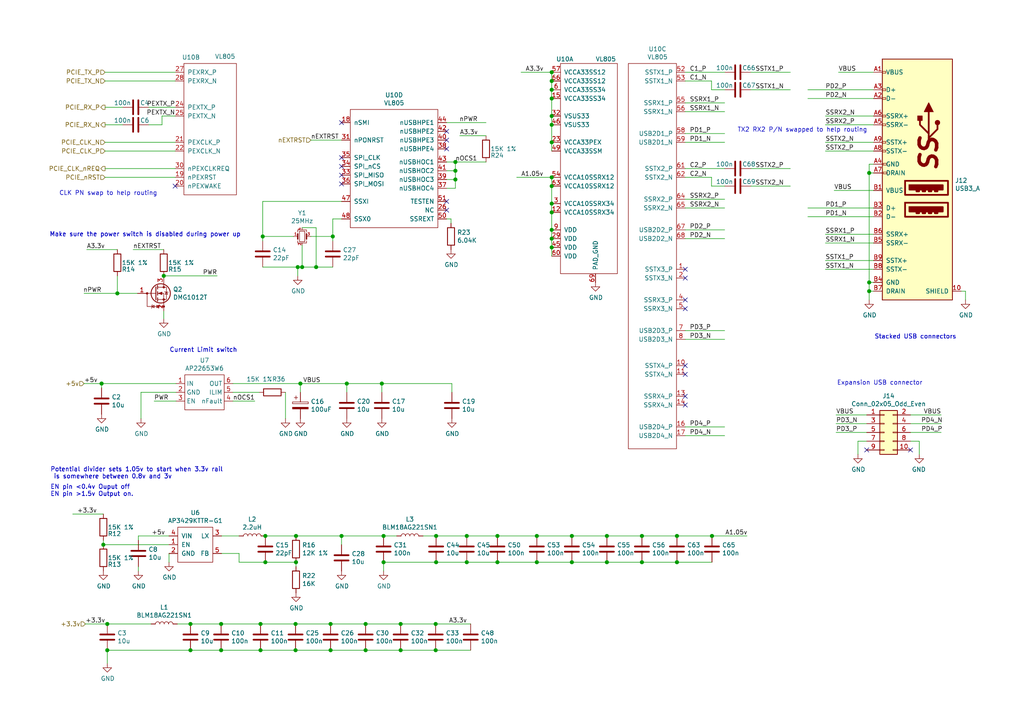
<source format=kicad_sch>
(kicad_sch (version 20211123) (generator eeschema)
  (paper "A4")
  (title_block (title "Compute Module 4 IO USB3 Board - PCIe USB3") (rev "1") (company "Copyright © 2020-2022 Raspberry Pi Ltd (formerly Raspberry Pi (Trading) Ltd.)") (comment 1 "www.raspberrypi.com"))
  (lib_symbols
    (symbol "CM4:AP3429KTTR-G1" (pin_names (offset 1.016))
      (property "Reference" "U" (at -5.08 11.43 0))
      (property "Value" "AP3429KTTR-G1" (at 0 -1.27 0))
      (symbol "AP3429KTTR-G1_0_0"
        (pin input line (at -7.62 5.08 0) (length 2.54) (name "EN") (number "1"))
        (pin power_in line (at -7.62 2.54 0) (length 2.54) (name "GND") (number "2"))
        (pin output line (at 7.62 7.62 180) (length 2.54) (name "LX") (number "3"))
        (pin power_in line (at -7.62 7.62 0) (length 2.54) (name "VIN") (number "4"))
        (pin input line (at 7.62 2.54 180) (length 2.54) (name "FB") (number "5"))
      )
    )
    (symbol "CM4:USB3_A" (pin_names (offset 1.016))
      (property "Reference" "J" (at -10.16 33.02 0))
      (property "Value" "USB3_A" (at 10.16 33.02 0))
      (symbol "USB3_A_1_1"
        (text "SS" (at 4.572 3.175 900) (effects (font (size 5.08 5.08) bold italic)))
        (pin passive line (at 13.97 -36.83 180) (length 2.54) (name "SHIELD") (number "10"))
        (pin power_in line (at -11.43 26.67 0) (length 2.54) (name "VBUS") (number "A1"))
        (pin bidirectional line (at -11.43 19.05 0) (length 2.54) (name "D-") (number "A2"))
        (pin bidirectional line (at -11.43 21.59 0) (length 2.54) (name "D+") (number "A3"))
        (pin power_in line (at -11.43 0 0) (length 2.54) (name "GND") (number "A4"))
        (pin bidirectional line (at -11.43 11.43 0) (length 2.54) (name "SSRX-") (number "A5"))
        (pin bidirectional line (at -11.43 13.97 0) (length 2.54) (name "SSRX+") (number "A6"))
        (pin power_in line (at -11.43 -2.54 0) (length 2.54) (name "DRAIN") (number "A7"))
        (pin bidirectional line (at -11.43 3.81 0) (length 2.54) (name "SSTX-") (number "A8"))
        (pin bidirectional line (at -11.43 6.35 0) (length 2.54) (name "SSTX+") (number "A9"))
        (pin power_in line (at -11.43 -7.62 0) (length 2.54) (name "VBUS") (number "B1"))
        (pin bidirectional line (at -11.43 -15.24 0) (length 2.54) (name "D-") (number "B2"))
        (pin bidirectional line (at -11.43 -12.7 0) (length 2.54) (name "D+") (number "B3"))
        (pin power_in line (at -11.43 -34.29 0) (length 2.54) (name "GND") (number "B4"))
        (pin bidirectional line (at -11.43 -22.86 0) (length 2.54) (name "SSRX-") (number "B5"))
        (pin bidirectional line (at -11.43 -20.32 0) (length 2.54) (name "SSRX+") (number "B6"))
        (pin power_in line (at -11.43 -36.83 0) (length 2.54) (name "DRAIN") (number "B7"))
        (pin bidirectional line (at -11.43 -30.48 0) (length 2.54) (name "SSTX-") (number "B8"))
        (pin bidirectional line (at -11.43 -27.94 0) (length 2.54) (name "SSTX+") (number "B9"))
      )
    )
    (symbol "CM4:VL805" (pin_names (offset 1.016))
      (property "Reference" "U" (at 3.81 -41.91 0))
      (property "Value" "VL805" (at 0 -41.91 0))
      (symbol "VL805_1_1"
        (pin power_in line (at -2.54 -13.97 0) (length 2.54) (name "VCCA10SSRX34") (number "12"))
        (pin power_in line (at -2.54 19.05 0) (length 2.54) (name "VCCA33SS34") (number "15"))
        (pin power_in line (at -2.54 6.35 0) (length 2.54) (name "VCCA33PEX") (number "23"))
        (pin power_in line (at -2.54 -21.59 0) (length 2.54) (name "VDD") (number "29"))
        (pin power_in line (at -2.54 -11.43 0) (length 2.54) (name "VCCA10SSRX34") (number "3"))
        (pin power_in line (at -2.54 13.97 0) (length 2.54) (name "VSUS33") (number "32"))
        (pin power_in line (at -2.54 -24.13 0) (length 2.54) (name "VDD") (number "45"))
        (pin power_in line (at -2.54 11.43 0) (length 2.54) (name "VSUS33") (number "46"))
        (pin power_in line (at -2.54 3.81 0) (length 2.54) (name "VCCA33SSM") (number "49"))
        (pin power_in line (at -2.54 -3.81 0) (length 2.54) (name "VCCA10SSRX12") (number "54"))
        (pin power_in line (at -2.54 26.67 0) (length 2.54) (name "VCCA33SS12") (number "57"))
        (pin power_in line (at -2.54 21.59 0) (length 2.54) (name "VCCA33SS34") (number "6"))
        (pin power_in line (at -2.54 -26.67 0) (length 2.54) (name "VDD") (number "60"))
        (pin power_in line (at -2.54 -6.35 0) (length 2.54) (name "VCCA10SSRX12") (number "63"))
        (pin power_in line (at -2.54 24.13 0) (length 2.54) (name "VCCA33SS12") (number "66"))
        (pin power_in line (at 10.16 -34.29 90) (length 2.54) (name "PAD_GND") (number "69"))
        (pin power_in line (at -2.54 -19.05 0) (length 2.54) (name "VDD") (number "9"))
      )
      (symbol "VL805_2_1"
        (pin input line (at -8.89 -13.97 0) (length 2.54) (name "nPEXRST") (number "19"))
        (pin open_collector line (at -8.89 -16.51 0) (length 2.54) (name "nPEXWAKE") (number "20"))
        (pin input line (at -8.89 -3.81 0) (length 2.54) (name "PEXCLK_P") (number "21"))
        (pin input line (at -8.89 -6.35 0) (length 2.54) (name "PEXCLK_N") (number "22"))
        (pin output line (at -8.89 6.35 0) (length 2.54) (name "PEXTX_P") (number "24"))
        (pin output line (at -8.89 3.81 0) (length 2.54) (name "PEXTX_N") (number "25"))
        (pin input line (at -8.89 16.51 0) (length 2.54) (name "PEXRX_P") (number "27"))
        (pin input line (at -8.89 13.97 0) (length 2.54) (name "PEXRX_N") (number "28"))
        (pin open_collector line (at -8.89 -11.43 0) (length 2.54) (name "nPEXCLKREQ") (number "30"))
      )
      (symbol "VL805_3_1"
        (pin output line (at 7.62 13.97 180) (length 2.54) (name "SSTX3_P") (number "1"))
        (pin output line (at 7.62 -13.97 180) (length 2.54) (name "SSTX4_P") (number "10"))
        (pin output line (at 7.62 -16.51 180) (length 2.54) (name "SSTX4_N") (number "11"))
        (pin input line (at 7.62 -22.86 180) (length 2.54) (name "SSRX4_P") (number "13"))
        (pin input line (at 7.62 -25.4 180) (length 2.54) (name "SSRX4_N") (number "14"))
        (pin input line (at 7.62 -31.75 180) (length 2.54) (name "USB2D4_P") (number "16"))
        (pin input line (at 7.62 -34.29 180) (length 2.54) (name "USB2D4_N") (number "17"))
        (pin output line (at 7.62 11.43 180) (length 2.54) (name "SSTX3_N") (number "2"))
        (pin input line (at 7.62 5.08 180) (length 2.54) (name "SSRX3_P") (number "4"))
        (pin input line (at 7.62 2.54 180) (length 2.54) (name "SSRX3_N") (number "5"))
        (pin output line (at 7.62 71.12 180) (length 2.54) (name "SSTX1_P") (number "52"))
        (pin output line (at 7.62 68.58 180) (length 2.54) (name "SSTX1_N") (number "53"))
        (pin input line (at 7.62 62.23 180) (length 2.54) (name "SSRX1_P") (number "55"))
        (pin input line (at 7.62 59.69 180) (length 2.54) (name "SSRX1_N") (number "56"))
        (pin input line (at 7.62 53.34 180) (length 2.54) (name "USB2D1_P") (number "58"))
        (pin input line (at 7.62 50.8 180) (length 2.54) (name "USB2D1_N") (number "59"))
        (pin output line (at 7.62 43.18 180) (length 2.54) (name "SSTX2_P") (number "61"))
        (pin output line (at 7.62 40.64 180) (length 2.54) (name "SSTX2_N") (number "62"))
        (pin input line (at 7.62 34.29 180) (length 2.54) (name "SSRX2_P") (number "64"))
        (pin input line (at 7.62 31.75 180) (length 2.54) (name "SSRX2_N") (number "65"))
        (pin input line (at 7.62 25.4 180) (length 2.54) (name "USB2D2_P") (number "67"))
        (pin input line (at 7.62 22.86 180) (length 2.54) (name "USB2D2_N") (number "68"))
        (pin input line (at 7.62 -3.81 180) (length 2.54) (name "USB2D3_P") (number "7"))
        (pin input line (at 7.62 -6.35 180) (length 2.54) (name "USB2D3_N") (number "8"))
      )
      (symbol "VL805_4_1"
        (pin open_collector line (at -17.78 21.59 0) (length 2.54) (name "nSMI") (number "18"))
        (pin passive line (at 12.7 -3.81 180) (length 2.54) (name "NC") (number "26"))
        (pin input line (at -17.78 16.51 0) (length 2.54) (name "nPONRST") (number "31"))
        (pin input line (at -17.78 6.35 0) (length 2.54) (name "SPI_MISO") (number "33"))
        (pin output line (at -17.78 8.89 0) (length 2.54) (name "SPI_nCS") (number "34"))
        (pin output line (at -17.78 11.43 0) (length 2.54) (name "SPI_CLK") (number "35"))
        (pin output line (at -17.78 3.81 0) (length 2.54) (name "SPI_MOSI") (number "36"))
        (pin input line (at 12.7 2.54 180) (length 2.54) (name "nUSBHOC4") (number "37"))
        (pin open_collector line (at 12.7 13.97 180) (length 2.54) (name "nUSBHPE4") (number "38"))
        (pin input line (at 12.7 5.08 180) (length 2.54) (name "nUSBHOC3") (number "39"))
        (pin open_collector line (at 12.7 16.51 180) (length 2.54) (name "nUSBHPE3") (number "40"))
        (pin input line (at 12.7 7.62 180) (length 2.54) (name "nUSBHOC2") (number "41"))
        (pin open_collector line (at 12.7 19.05 180) (length 2.54) (name "nUSBHPE2") (number "42"))
        (pin input line (at 12.7 10.16 180) (length 2.54) (name "nUSBHOC1") (number "43"))
        (pin open_collector line (at 12.7 21.59 180) (length 2.54) (name "nUSBHPE1") (number "44"))
        (pin passive line (at -17.78 -1.27 0) (length 2.54) (name "SSXI") (number "47"))
        (pin passive line (at -17.78 -6.35 0) (length 2.54) (name "SSX0") (number "48"))
        (pin passive line (at 12.7 -6.35 180) (length 2.54) (name "SSREXT") (number "50"))
        (pin input line (at 12.7 -1.27 180) (length 2.54) (name "TESTEN") (number "51"))
      )
    )
    (symbol "CM4IO:AP2553W6"
      (property "Reference" "U" (at 3.81 -6.35 0))
      (property "Value" "AP2553W6" (at -3.81 -6.35 0))
      (symbol "AP2553W6_0_0"
        (pin power_in line (at -8.89 2.54 0) (length 2.54) (name "IN") (number "1"))
        (pin power_out line (at -8.89 0 0) (length 2.54) (name "GND") (number "2"))
        (pin input line (at -8.89 -2.54 0) (length 2.54) (name "EN") (number "3"))
        (pin open_collector line (at 7.62 -2.54 180) (length 2.54) (name "nFault") (number "4"))
        (pin passive line (at 7.62 0 180) (length 2.54) (name "ILIM") (number "5"))
        (pin power_out line (at 7.62 2.54 180) (length 2.54) (name "OUT") (number "6"))
      )
    )
    (symbol "Connector_Generic:Conn_02x05_Odd_Even" (pin_names hide)
      (property "Reference" "J" (at 1.27 7.62 0))
      (property "Value" "Conn_02x05_Odd_Even" (at 1.27 -7.62 0))
      (symbol "Conn_02x05_Odd_Even_1_1"
        (pin passive line (at -5.08 5.08 0) (length 3.81) (name "Pin_1") (number "1"))
        (pin passive line (at 7.62 -5.08 180) (length 3.81) (name "Pin_10") (number "10"))
        (pin passive line (at 7.62 5.08 180) (length 3.81) (name "Pin_2") (number "2"))
        (pin passive line (at -5.08 2.54 0) (length 3.81) (name "Pin_3") (number "3"))
        (pin passive line (at 7.62 2.54 180) (length 3.81) (name "Pin_4") (number "4"))
        (pin passive line (at -5.08 0 0) (length 3.81) (name "Pin_5") (number "5"))
        (pin passive line (at 7.62 0 180) (length 3.81) (name "Pin_6") (number "6"))
        (pin passive line (at -5.08 -2.54 0) (length 3.81) (name "Pin_7") (number "7"))
        (pin passive line (at 7.62 -2.54 180) (length 3.81) (name "Pin_8") (number "8"))
        (pin passive line (at -5.08 -5.08 0) (length 3.81) (name "Pin_9") (number "9"))
      )
    )
    (symbol "Device:C" (pin_numbers hide) (pin_names (offset 0.254))
      (property "Reference" "C" (at 0.635 2.54 0))
      (property "Value" "C" (at 0.635 -2.54 0))
      (symbol "C_1_1"
        (pin passive line (at 0 3.81 270) (length 2.794) (name "~") (number "1"))
        (pin passive line (at 0 -3.81 90) (length 2.794) (name "~") (number "2"))
      )
    )
    (symbol "Device:CP" (pin_numbers hide) (pin_names (offset 0.254))
      (property "Reference" "C" (at 0.635 2.54 0))
      (property "Value" "CP" (at 0.635 -2.54 0))
      (symbol "CP_1_1"
        (pin passive line (at 0 3.81 270) (length 2.794) (name "~") (number "1"))
        (pin passive line (at 0 -3.81 90) (length 2.794) (name "~") (number "2"))
      )
    )
    (symbol "Device:Crystal_GND24_Small" (pin_names (offset 1.016) hide)
      (property "Reference" "Y" (at 1.27 4.445 0))
      (property "Value" "Crystal_GND24_Small" (at 1.27 2.54 0))
      (symbol "Crystal_GND24_Small_1_1"
        (pin passive line (at -2.54 0 0) (length 1.27) (name "1") (number "1"))
        (pin passive line (at 0 -2.54 90) (length 0.635) (name "2") (number "2"))
        (pin passive line (at 2.54 0 180) (length 1.27) (name "3") (number "3"))
        (pin passive line (at 0 2.54 270) (length 0.635) (name "4") (number "4"))
      )
    )
    (symbol "Device:L" (pin_numbers hide) (pin_names (offset 1.016) hide)
      (property "Reference" "L" (at -1.27 0 90))
      (property "Value" "L" (at 1.905 0 90))
      (symbol "L_1_1"
        (pin passive line (at 0 3.81 270) (length 1.27) (name "1") (number "1"))
        (pin passive line (at 0 -3.81 90) (length 1.27) (name "2") (number "2"))
      )
    )
    (symbol "Device:R" (pin_numbers hide) (pin_names (offset 0))
      (property "Reference" "R" (at 2.032 0 90))
      (property "Value" "R" (at 0 0 90))
      (symbol "R_1_1"
        (pin passive line (at 0 3.81 270) (length 1.27) (name "~") (number "1"))
        (pin passive line (at 0 -3.81 90) (length 1.27) (name "~") (number "2"))
      )
    )
    (symbol "Transistor_FET:DMG1012T" (pin_names (offset 0) hide)
      (property "Reference" "Q" (at 5.08 1.905 0))
      (property "Value" "DMG1012T" (at 5.08 0 0))
      (symbol "DMG1012T_1_1"
        (pin input line (at -5.08 0 0) (length 2.54) (name "G") (number "1"))
        (pin passive line (at 2.54 -5.08 90) (length 2.54) (name "S") (number "2"))
        (pin passive line (at 2.54 5.08 270) (length 2.54) (name "D") (number "3"))
      )
    )
    (symbol "power:GND" (power) (pin_names (offset 0))
      (property "Value" "GND" (at 0 -3.81 0))
      (symbol "GND_1_1"
        (pin power_in line (at 0 0 270) (length 0) hide (name "GND") (number "1"))
      )
    )
  )
  (junction (at 160.02 33.655) (diameter 1.016))
  (junction (at 160.02 66.675) (diameter 1.016))
  (junction (at 95.885 188.595) (diameter 1.016))
  (junction (at 111.252 155.448) (diameter 1.016))
  (junction (at 55.245 180.975) (diameter 1.016))
  (junction (at 91.694 77.47) (diameter 1.016))
  (junction (at 160.02 26.035) (diameter 1.016))
  (junction (at 31.115 180.975) (diameter 1.016))
  (junction (at 252.095 81.915) (diameter 1.016))
  (junction (at 144.272 155.448) (diameter 1.016))
  (junction (at 126.492 155.448) (diameter 1.016))
  (junction (at 160.02 53.975) (diameter 1.016))
  (junction (at 132.08 46.99) (diameter 1.016))
  (junction (at 110.744 111.252) (diameter 1.016))
  (junction (at 29.972 157.988) (diameter 1.016))
  (junction (at 85.725 188.595) (diameter 1.016))
  (junction (at 100.584 111.252) (diameter 1.016))
  (junction (at 34.036 85.09) (diameter 1.016))
  (junction (at 160.02 41.275) (diameter 1.016))
  (junction (at 106.045 180.975) (diameter 1.016))
  (junction (at 126.492 163.068) (diameter 1.016))
  (junction (at 126.365 180.975) (diameter 1.016))
  (junction (at 176.022 163.068) (diameter 1.016))
  (junction (at 186.182 163.068) (diameter 1.016))
  (junction (at 160.02 61.595) (diameter 1.016))
  (junction (at 135.382 163.068) (diameter 1.016))
  (junction (at 99.06 155.448) (diameter 1.016))
  (junction (at 132.08 52.07) (diameter 1.016))
  (junction (at 160.02 69.215) (diameter 1.016))
  (junction (at 47.498 80.01) (diameter 1.016))
  (junction (at 160.02 71.755) (diameter 1.016))
  (junction (at 186.182 155.448) (diameter 1.016))
  (junction (at 87.63 77.47) (diameter 1.016))
  (junction (at 252.095 84.455) (diameter 1.016))
  (junction (at 111.252 163.068) (diameter 1.016))
  (junction (at 155.702 155.448) (diameter 1.016))
  (junction (at 160.02 51.435) (diameter 1.016))
  (junction (at 87.122 111.252) (diameter 1.016))
  (junction (at 64.135 180.975) (diameter 1.016))
  (junction (at 96.52 68.58) (diameter 1.016))
  (junction (at 196.342 155.448) (diameter 1.016))
  (junction (at 126.365 188.595) (diameter 1.016))
  (junction (at 160.02 59.055) (diameter 1.016))
  (junction (at 252.095 50.165) (diameter 1.016))
  (junction (at 64.135 188.595) (diameter 1.016))
  (junction (at 160.02 23.495) (diameter 1.016))
  (junction (at 160.02 28.575) (diameter 1.016))
  (junction (at 116.205 180.975) (diameter 1.016))
  (junction (at 165.862 155.448) (diameter 1.016))
  (junction (at 165.862 163.068) (diameter 1.016))
  (junction (at 31.115 188.595) (diameter 1.016))
  (junction (at 55.245 188.595) (diameter 1.016))
  (junction (at 76.962 163.068) (diameter 1.016))
  (junction (at 206.502 155.448) (diameter 1.016))
  (junction (at 144.272 163.068) (diameter 1.016))
  (junction (at 176.022 155.448) (diameter 1.016))
  (junction (at 160.02 20.955) (diameter 1.016))
  (junction (at 135.382 155.448) (diameter 1.016))
  (junction (at 85.852 155.448) (diameter 1.016))
  (junction (at 95.885 180.975) (diameter 1.016))
  (junction (at 85.852 163.068) (diameter 1.016))
  (junction (at 85.725 180.975) (diameter 1.016))
  (junction (at 76.962 155.448) (diameter 1.016))
  (junction (at 160.02 36.195) (diameter 1.016))
  (junction (at 155.702 163.068) (diameter 1.016))
  (junction (at 76.2 68.58) (diameter 1.016))
  (junction (at 86.36 77.47) (diameter 1.016))
  (junction (at 196.342 163.068) (diameter 1.016))
  (junction (at 116.205 188.595) (diameter 1.016))
  (junction (at 75.565 180.975) (diameter 1.016))
  (junction (at 132.08 49.53) (diameter 1.016))
  (junction (at 106.045 188.595) (diameter 1.016))
  (junction (at 75.565 188.595) (diameter 1.016))
  (junction (at 29.464 111.252) (diameter 1.016))
  (no_connect (at 99.06 50.8))
  (no_connect (at 99.06 45.72))
  (no_connect (at 198.755 89.535))
  (no_connect (at 198.755 86.995))
  (no_connect (at 129.54 40.64))
  (no_connect (at 198.755 114.935))
  (no_connect (at 251.3838 130.5052))
  (no_connect (at 99.06 35.56))
  (no_connect (at 99.06 48.26))
  (no_connect (at 129.54 43.18))
  (no_connect (at 129.54 60.96))
  (no_connect (at 198.755 80.645))
  (no_connect (at 198.755 117.475))
  (no_connect (at 129.54 38.1))
  (no_connect (at 50.8 53.975))
  (no_connect (at 198.755 106.045))
  (no_connect (at 198.755 78.105))
  (no_connect (at 264.0838 130.5052))
  (no_connect (at 99.06 53.34))
  (no_connect (at 198.755 108.585))
  (no_connect (at 129.54 58.42))
  (wire (pts (xy 47.498 90.17) (xy 47.498 92.456)))
  (wire (pts (xy 144.272 163.068) (xy 155.702 163.068)))
  (wire (pts (xy 239.395 41.275) (xy 253.365 41.275)))
  (wire (pts (xy 90.17 40.64) (xy 99.06 40.64)))
  (wire (pts (xy 160.02 20.955) (xy 160.02 23.495)))
  (wire (pts (xy 106.045 180.975) (xy 116.205 180.975)))
  (wire (pts (xy 21.082 149.098) (xy 29.972 149.098)))
  (wire (pts (xy 206.375 51.435) (xy 206.375 53.975)))
  (wire (pts (xy 122.682 155.448) (xy 126.492 155.448)))
  (wire (pts (xy 96.52 63.5) (xy 99.06 63.5)))
  (wire (pts (xy 198.755 51.435) (xy 206.375 51.435)))
  (wire (pts (xy 82.804 113.792) (xy 82.804 121.412)))
  (wire (pts (xy 217.805 20.955) (xy 229.235 20.955)))
  (wire (pts (xy 129.54 52.07) (xy 132.08 52.07)))
  (wire (pts (xy 239.395 33.655) (xy 253.365 33.655)))
  (wire (pts (xy 253.365 47.625) (xy 252.095 47.625)))
  (wire (pts (xy 278.765 84.455) (xy 280.035 84.455)))
  (wire (pts (xy 46.99 33.655) (xy 46.99 36.195)))
  (wire (pts (xy 24.384 85.09) (xy 34.036 85.09)))
  (wire (pts (xy 129.54 35.56) (xy 140.97 35.56)))
  (wire (pts (xy 30.48 43.815) (xy 50.8 43.815)))
  (wire (pts (xy 87.122 111.252) (xy 87.122 113.792)))
  (wire (pts (xy 198.755 48.895) (xy 210.185 48.895)))
  (wire (pts (xy 50.8 20.955) (xy 30.48 20.955)))
  (wire (pts (xy 217.805 26.035) (xy 229.235 26.035)))
  (wire (pts (xy 252.095 84.455) (xy 252.095 86.995)))
  (wire (pts (xy 272.9738 125.4252) (xy 264.0838 125.4252)))
  (wire (pts (xy 34.036 80.01) (xy 34.036 85.09)))
  (wire (pts (xy 234.315 28.575) (xy 253.365 28.575)))
  (wire (pts (xy 96.52 63.5) (xy 96.52 68.58)))
  (wire (pts (xy 111.252 163.068) (xy 126.492 163.068)))
  (wire (pts (xy 129.54 63.5) (xy 130.81 63.5)))
  (wire (pts (xy 160.02 28.575) (xy 160.02 33.655)))
  (wire (pts (xy 75.565 188.595) (xy 85.725 188.595)))
  (wire (pts (xy 186.182 155.448) (xy 196.342 155.448)))
  (wire (pts (xy 160.02 36.195) (xy 160.02 41.275)))
  (wire (pts (xy 242.4938 120.3452) (xy 251.3838 120.3452)))
  (wire (pts (xy 160.02 41.275) (xy 160.02 43.815)))
  (wire (pts (xy 34.036 85.09) (xy 39.878 85.09)))
  (wire (pts (xy 248.8438 127.9652) (xy 251.3838 127.9652)))
  (wire (pts (xy 87.63 66.04) (xy 91.694 66.04)))
  (wire (pts (xy 90.17 68.58) (xy 96.52 68.58)))
  (wire (pts (xy 132.08 54.61) (xy 132.08 52.07)))
  (wire (pts (xy 86.36 77.47) (xy 87.63 77.47)))
  (wire (pts (xy 129.54 54.61) (xy 132.08 54.61)))
  (wire (pts (xy 198.755 60.325) (xy 210.185 60.325)))
  (wire (pts (xy 243.205 20.955) (xy 253.365 20.955)))
  (wire (pts (xy 217.805 53.975) (xy 229.235 53.975)))
  (wire (pts (xy 30.48 36.195) (xy 35.56 36.195)))
  (wire (pts (xy 198.755 23.495) (xy 206.375 23.495)))
  (wire (pts (xy 253.365 50.165) (xy 252.095 50.165)))
  (wire (pts (xy 86.36 77.47) (xy 86.36 80.01)))
  (wire (pts (xy 131.064 113.792) (xy 131.064 111.252)))
  (wire (pts (xy 76.962 155.448) (xy 85.852 155.448)))
  (wire (pts (xy 100.584 113.792) (xy 100.584 111.252)))
  (wire (pts (xy 160.02 61.595) (xy 160.02 66.675)))
  (wire (pts (xy 126.365 188.595) (xy 136.525 188.595)))
  (wire (pts (xy 234.315 62.865) (xy 253.365 62.865)))
  (wire (pts (xy 87.63 71.12) (xy 87.63 77.47)))
  (wire (pts (xy 50.8 23.495) (xy 30.48 23.495)))
  (wire (pts (xy 99.06 157.988) (xy 99.06 155.448)))
  (wire (pts (xy 46.99 36.195) (xy 43.18 36.195)))
  (wire (pts (xy 24.384 111.252) (xy 29.464 111.252)))
  (wire (pts (xy 165.862 155.448) (xy 176.022 155.448)))
  (wire (pts (xy 252.095 47.625) (xy 252.095 50.165)))
  (wire (pts (xy 40.132 155.448) (xy 40.132 156.718)))
  (wire (pts (xy 206.375 23.495) (xy 206.375 26.035)))
  (wire (pts (xy 35.56 31.115) (xy 30.48 31.115)))
  (wire (pts (xy 67.564 113.792) (xy 75.184 113.792)))
  (wire (pts (xy 38.608 72.39) (xy 47.498 72.39)))
  (wire (pts (xy 29.464 112.522) (xy 29.464 111.252)))
  (wire (pts (xy 64.262 160.528) (xy 69.342 160.528)))
  (wire (pts (xy 252.095 50.165) (xy 252.095 81.915)))
  (wire (pts (xy 24.765 180.975) (xy 31.115 180.975)))
  (wire (pts (xy 116.205 188.595) (xy 126.365 188.595)))
  (wire (pts (xy 29.972 157.988) (xy 29.972 156.718)))
  (wire (pts (xy 44.704 116.332) (xy 51.054 116.332)))
  (wire (pts (xy 40.132 164.338) (xy 40.132 165.608)))
  (wire (pts (xy 130.81 63.5) (xy 130.81 64.77)))
  (wire (pts (xy 186.182 163.068) (xy 196.342 163.068)))
  (wire (pts (xy 132.08 46.99) (xy 140.97 46.99)))
  (wire (pts (xy 198.755 32.385) (xy 210.185 32.385)))
  (wire (pts (xy 85.725 188.595) (xy 95.885 188.595)))
  (wire (pts (xy 85.725 180.975) (xy 95.885 180.975)))
  (wire (pts (xy 133.35 39.37) (xy 140.97 39.37)))
  (wire (pts (xy 64.135 188.595) (xy 75.565 188.595)))
  (wire (pts (xy 87.63 77.47) (xy 91.694 77.47)))
  (wire (pts (xy 160.02 59.055) (xy 160.02 61.595)))
  (wire (pts (xy 198.755 95.885) (xy 210.185 95.885)))
  (wire (pts (xy 176.022 163.068) (xy 186.182 163.068)))
  (wire (pts (xy 132.08 49.53) (xy 132.08 46.99)))
  (wire (pts (xy 196.342 155.448) (xy 206.502 155.448)))
  (wire (pts (xy 31.115 188.595) (xy 55.245 188.595)))
  (wire (pts (xy 129.54 46.99) (xy 132.08 46.99)))
  (wire (pts (xy 55.245 188.595) (xy 64.135 188.595)))
  (wire (pts (xy 85.852 164.338) (xy 85.852 163.068)))
  (wire (pts (xy 198.755 41.275) (xy 210.185 41.275)))
  (wire (pts (xy 55.245 180.975) (xy 64.135 180.975)))
  (wire (pts (xy 198.755 38.735) (xy 210.185 38.735)))
  (wire (pts (xy 160.02 23.495) (xy 160.02 26.035)))
  (wire (pts (xy 67.564 111.252) (xy 87.122 111.252)))
  (wire (pts (xy 25.146 72.39) (xy 34.036 72.39)))
  (wire (pts (xy 50.8 31.115) (xy 43.18 31.115)))
  (wire (pts (xy 198.755 29.845) (xy 210.185 29.845)))
  (wire (pts (xy 30.48 51.435) (xy 50.8 51.435)))
  (wire (pts (xy 264.0838 127.9652) (xy 266.6238 127.9652)))
  (wire (pts (xy 40.894 113.792) (xy 40.894 121.412)))
  (wire (pts (xy 76.2 77.47) (xy 86.36 77.47)))
  (wire (pts (xy 31.115 180.975) (xy 43.815 180.975)))
  (wire (pts (xy 266.6238 127.9652) (xy 266.6238 131.7752)))
  (wire (pts (xy 217.805 48.895) (xy 229.235 48.895)))
  (wire (pts (xy 111.252 165.608) (xy 111.252 163.068)))
  (wire (pts (xy 40.132 155.448) (xy 49.022 155.448)))
  (wire (pts (xy 160.02 53.975) (xy 160.02 59.055)))
  (wire (pts (xy 50.8 33.655) (xy 46.99 33.655)))
  (wire (pts (xy 198.755 123.825) (xy 210.185 123.825)))
  (wire (pts (xy 198.755 98.425) (xy 210.185 98.425)))
  (wire (pts (xy 96.52 68.58) (xy 96.52 69.85)))
  (wire (pts (xy 64.262 155.448) (xy 69.342 155.448)))
  (wire (pts (xy 239.395 36.195) (xy 253.365 36.195)))
  (wire (pts (xy 76.2 69.85) (xy 76.2 68.58)))
  (wire (pts (xy 241.935 55.245) (xy 253.365 55.245)))
  (wire (pts (xy 67.564 116.332) (xy 73.914 116.332)))
  (wire (pts (xy 176.022 155.448) (xy 186.182 155.448)))
  (wire (pts (xy 91.694 66.04) (xy 91.694 77.47)))
  (wire (pts (xy 248.8438 127.9652) (xy 248.8438 131.7752)))
  (wire (pts (xy 132.08 52.07) (xy 132.08 49.53)))
  (wire (pts (xy 106.045 188.595) (xy 116.205 188.595)))
  (wire (pts (xy 116.205 180.975) (xy 126.365 180.975)))
  (wire (pts (xy 239.395 78.105) (xy 253.365 78.105)))
  (wire (pts (xy 30.48 48.895) (xy 50.8 48.895)))
  (wire (pts (xy 135.382 163.068) (xy 144.272 163.068)))
  (wire (pts (xy 196.342 163.068) (xy 206.502 163.068)))
  (wire (pts (xy 242.4938 122.8852) (xy 251.3838 122.8852)))
  (wire (pts (xy 31.115 192.405) (xy 31.115 188.595)))
  (wire (pts (xy 64.135 180.975) (xy 75.565 180.975)))
  (wire (pts (xy 30.48 41.275) (xy 50.8 41.275)))
  (wire (pts (xy 49.022 157.988) (xy 29.972 157.988)))
  (wire (pts (xy 76.2 58.42) (xy 99.06 58.42)))
  (wire (pts (xy 111.252 155.448) (xy 115.062 155.448)))
  (wire (pts (xy 76.962 163.068) (xy 85.852 163.068)))
  (wire (pts (xy 69.342 160.528) (xy 69.342 163.068)))
  (wire (pts (xy 144.272 155.448) (xy 155.702 155.448)))
  (wire (pts (xy 160.02 51.435) (xy 160.02 53.975)))
  (wire (pts (xy 198.755 20.955) (xy 210.185 20.955)))
  (wire (pts (xy 234.315 60.325) (xy 253.365 60.325)))
  (wire (pts (xy 29.464 111.252) (xy 51.054 111.252)))
  (wire (pts (xy 85.852 155.448) (xy 99.06 155.448)))
  (wire (pts (xy 165.862 163.068) (xy 176.022 163.068)))
  (wire (pts (xy 239.395 75.565) (xy 253.365 75.565)))
  (wire (pts (xy 198.755 57.785) (xy 210.185 57.785)))
  (wire (pts (xy 95.885 180.975) (xy 106.045 180.975)))
  (wire (pts (xy 198.755 126.365) (xy 210.185 126.365)))
  (wire (pts (xy 149.86 51.435) (xy 160.02 51.435)))
  (wire (pts (xy 155.702 163.068) (xy 165.862 163.068)))
  (wire (pts (xy 99.06 155.448) (xy 111.252 155.448)))
  (wire (pts (xy 75.565 180.975) (xy 85.725 180.975)))
  (wire (pts (xy 51.435 180.975) (xy 55.245 180.975)))
  (wire (pts (xy 110.744 111.252) (xy 110.744 113.792)))
  (wire (pts (xy 272.9738 122.8852) (xy 264.0838 122.8852)))
  (wire (pts (xy 206.375 26.035) (xy 210.185 26.035)))
  (wire (pts (xy 151.13 20.955) (xy 160.02 20.955)))
  (wire (pts (xy 239.395 43.815) (xy 253.365 43.815)))
  (wire (pts (xy 198.755 69.215) (xy 210.185 69.215)))
  (wire (pts (xy 160.02 66.675) (xy 160.02 69.215)))
  (wire (pts (xy 155.702 155.448) (xy 165.862 155.448)))
  (wire (pts (xy 160.02 26.035) (xy 160.02 28.575)))
  (wire (pts (xy 76.2 58.42) (xy 76.2 68.58)))
  (wire (pts (xy 126.492 163.068) (xy 135.382 163.068)))
  (wire (pts (xy 95.885 188.595) (xy 106.045 188.595)))
  (wire (pts (xy 253.365 84.455) (xy 252.095 84.455)))
  (wire (pts (xy 160.02 71.755) (xy 160.02 74.295)))
  (wire (pts (xy 280.035 84.455) (xy 280.035 86.995)))
  (wire (pts (xy 51.054 113.792) (xy 40.894 113.792)))
  (wire (pts (xy 206.375 53.975) (xy 210.185 53.975)))
  (wire (pts (xy 239.395 70.485) (xy 253.365 70.485)))
  (wire (pts (xy 253.365 81.915) (xy 252.095 81.915)))
  (wire (pts (xy 234.315 26.035) (xy 253.365 26.035)))
  (wire (pts (xy 76.2 68.58) (xy 85.09 68.58)))
  (wire (pts (xy 69.342 163.068) (xy 76.962 163.068)))
  (wire (pts (xy 160.02 33.655) (xy 160.02 36.195)))
  (wire (pts (xy 160.02 69.215) (xy 160.02 71.755)))
  (wire (pts (xy 47.498 80.01) (xy 62.992 80.01)))
  (wire (pts (xy 135.382 155.448) (xy 144.272 155.448)))
  (wire (pts (xy 129.54 49.53) (xy 132.08 49.53)))
  (wire (pts (xy 206.502 155.448) (xy 216.662 155.448)))
  (wire (pts (xy 272.9738 120.3452) (xy 264.0838 120.3452)))
  (wire (pts (xy 126.492 155.448) (xy 135.382 155.448)))
  (wire (pts (xy 242.4938 125.4252) (xy 251.3838 125.4252)))
  (wire (pts (xy 239.395 67.945) (xy 253.365 67.945)))
  (wire (pts (xy 91.694 77.47) (xy 96.52 77.47)))
  (wire (pts (xy 49.022 160.528) (xy 49.022 163.068)))
  (wire (pts (xy 198.755 66.675) (xy 210.185 66.675)))
  (wire (pts (xy 100.584 111.252) (xy 110.744 111.252)))
  (wire (pts (xy 110.744 111.252) (xy 131.064 111.252)))
  (wire (pts (xy 252.095 81.915) (xy 252.095 84.455)))
  (wire (pts (xy 126.365 180.975) (xy 136.525 180.975)))
  (wire (pts (xy 87.122 111.252) (xy 100.584 111.252)))
  (text "Potential divider sets 1.05v to start when 3.3v rail\n is somewhere between 0.8v and 3v " (at 14.605 139.065 0) (effects (font (size 1.27 1.27)) (justify left bottom)))
  (text "Current Limit switch" (at 68.834 102.362 180) (effects (font (size 1.27 1.27)) (justify right bottom)))
  (text "CLK PN swap to help routing" (at 45.6438 56.8706 180) (effects (font (size 1.27 1.27)) (justify right bottom)))
  (text "TX2 RX2 P/N swapped to help routing" (at 251.5616 38.5064 180) (effects (font (size 1.27 1.27)) (justify right bottom)))
  (text "Potential divider sets 1.05v to start when 3.3v rail\n is somewhere between 0.8v and 3v " (at 14.605 139.065 0) (effects (font (size 1.27 1.27)) (justify left bottom)))
  (text "Stacked USB connectors" (at 277.4188 98.5012 180) (effects (font (size 1.27 1.27)) (justify right bottom)))
  (text "Make sure the power switch is disabled during power up" (at 69.85 68.834 0) (effects (font (size 1.27 1.27)) (justify right bottom)))
  (text "EN pin <0.4v Ouput off\nEN pin >1.5v Output on. " (at 14.605 144.145 0) (effects (font (size 1.27 1.27)) (justify left bottom)))
  (text "Make sure the power switch is disabled during power up" (at 69.85 68.834 0) (effects (font (size 1.27 1.27)) (justify right bottom)))
  (text "Expansion USB connector" (at 267.6144 111.887 180) (effects (font (size 1.27 1.27)) (justify right bottom)))
  (text "EN pin <0.4v Ouput off\nEN pin >1.5v Output on. " (at 14.605 144.145 0) (effects (font (size 1.27 1.27)) (justify left bottom)))
  (text "Current Limit switch" (at 68.834 102.362 180) (effects (font (size 1.27 1.27)) (justify right bottom)))
  (text "Stacked USB connectors" (at 277.4188 98.5012 180) (effects (font (size 1.27 1.27)) (justify right bottom)))
  (label "A1.05v" (at 151.13 51.435 0))
  (label "SSTX2_P" (at 239.395 43.815 0))
  (label "SSRX2_N" (at 200.025 60.325 0))
  (label "SSTX1_N" (at 239.395 78.105 0))
  (label "SSRX1_P" (at 200.025 29.845 0))
  (label "VBUS" (at 87.884 111.252 0))
  (label "C1_N" (at 200.025 23.495 0))
  (label "VBUS" (at 243.205 20.955 0))
  (label "+3.3v" (at 22.352 149.098 0))
  (label "SSRX2_N" (at 239.395 33.655 0))
  (label "PEXTX_N" (at 50.8 33.655 180))
  (label "A3.3v" (at 133.35 39.37 0))
  (label "VBUS" (at 241.935 55.245 0))
  (label "C2_N" (at 200.025 51.435 0))
  (label "nEXTRST" (at 90.17 40.64 0))
  (label "PD3_P" (at 242.4938 125.4252 0))
  (label "PD3_N" (at 200.025 98.425 0))
  (label "PEXTX_P" (at 50.8 31.115 180))
  (label "PD4_P" (at 200.025 123.825 0))
  (label "A1.05v" (at 210.312 155.448 0))
  (label "C1_P" (at 200.025 20.955 0))
  (label "SSRX2_P" (at 200.025 57.785 0))
  (label "PD2_N" (at 200.025 69.215 0))
  (label "+3.3v" (at 24.765 180.975 0))
  (label "PD1_N" (at 200.025 41.275 0))
  (label "VBUS" (at 242.4938 120.3452 0))
  (label "SSTX1_P" (at 239.395 75.565 0))
  (label "SSTX1_N" (at 219.075 26.035 0))
  (label "C2_P" (at 200.025 48.895 0))
  (label "PWR" (at 62.992 80.01 180))
  (label "A3.3v" (at 25.146 72.39 0))
  (label "nOCS1" (at 67.564 116.332 0))
  (label "PD3_P" (at 200.025 95.885 0))
  (label "PD1_N" (at 239.395 62.865 0))
  (label "PD4_N" (at 200.025 126.365 0))
  (label "VBUS" (at 272.9738 120.3452 180))
  (label "PD2_P" (at 239.395 26.035 0))
  (label "PWR" (at 44.704 116.332 0))
  (label "SSTX1_P" (at 219.075 20.955 0))
  (label "SSTX2_P" (at 219.075 48.895 0))
  (label "PD1_P" (at 239.395 60.325 0))
  (label "SSTX2_N" (at 219.075 53.975 0))
  (label "nPWR" (at 138.557 35.56 180))
  (label "SSRX1_N" (at 239.395 70.485 0))
  (label "nOCS1" (at 132.08 46.99 0))
  (label "+5v" (at 24.384 111.252 0))
  (label "PD2_P" (at 200.025 66.675 0))
  (label "PD4_P" (at 267.1826 125.4252 0))
  (label "PD4_N" (at 267.1572 122.8852 0))
  (label "nPWR" (at 29.464 85.09 180))
  (label "A3.3v" (at 130.175 180.975 0))
  (label "SSTX2_N" (at 239.395 41.275 0))
  (label "PD3_N" (at 242.4938 122.8852 0))
  (label "A3.3v" (at 152.4 20.955 0))
  (label "+5v" (at 43.942 155.448 0))
  (label "SSRX1_N" (at 200.025 32.385 0))
  (label "PD2_N" (at 239.395 28.575 0))
  (label "SSRX2_P" (at 239.395 36.195 0))
  (label "SSRX1_P" (at 239.395 67.945 0))
  (label "nEXTRST" (at 38.608 72.39 0))
  (label "PD1_P" (at 200.025 38.735 0))
  (hierarchical_label "PCIE_RX_N" (shape output) (at 30.48 36.195 180))
  (hierarchical_label "+3.3v" (shape input) (at 24.765 180.975 180))
  (hierarchical_label "nEXTRST" (shape input) (at 90.17 40.64 180))
  (hierarchical_label "PCIE_CLK_N" (shape input) (at 30.48 41.275 180))
  (hierarchical_label "+5v" (shape input) (at 24.384 111.252 180))
  (hierarchical_label "PCIE_TX_P" (shape input) (at 30.48 20.955 180))
  (hierarchical_label "PCIE_CLK_nREQ" (shape output) (at 30.48 48.895 180))
  (hierarchical_label "PCIE_RX_P" (shape output) (at 30.48 31.115 180))
  (hierarchical_label "PCIE_TX_N" (shape input) (at 30.48 23.495 180))
  (hierarchical_label "PCIE_nRST" (shape input) (at 30.48 51.435 180))
  (hierarchical_label "PCIE_CLK_P" (shape input) (at 30.48 43.815 180))
  (symbol (lib_id "Device:C") (at 110.744 117.602 0) (unit 1)
    (property "Reference" "C17" (at 113.665 116.4336 0) (effects (justify left)))
    (property "Value" "10u" (at 113.665 118.745 0) (effects (justify left)))
    (property "Footprint" "Capacitor_SMD:C_0805_2012Metric" (effects hide))
    (property "Datasheet" "https://search.murata.co.jp/Ceramy/image/img/A01X/G101/ENG/GRM21BR71A106KA73-01.pdf" (effects hide))
    (property "Field5" "490-14381-1-ND" (effects hide))
    (property "Field4" "Digikey" (effects hide))
    (property "Field6" "GRM21BR71A106KA73L" (effects hide))
    (property "Field7" "Murata" (effects hide))
    (property "Part Description" "	10uF 10% 10V Ceramic Capacitor X7R 0805 (2012 Metric)" (effects hide))
    (property "Field8" "111893011" (effects hide))
  )
  (symbol (lib_id "power:GND") (at 110.744 121.412 0) (unit 1)
    (property "Reference" "#PWR0153" (effects hide))
    (property "Value" "GND" (at 110.871 125.8062 0))
  )
  (symbol (lib_id "Device:C") (at 95.885 184.785 0) (unit 1)
    (property "Reference" "C26" (at 98.806 183.6166 0) (effects (justify left)))
    (property "Value" "100n" (at 98.806 185.928 0) (effects (justify left)))
    (property "Footprint" "Capacitor_SMD:C_0402_1005Metric" (effects hide))
    (property "Datasheet" "https://search.murata.co.jp/Ceramy/image/img/A01X/G101/ENG/GRM155R71C104KA88-01.pdf" (effects hide))
    (property "Field4" "Farnell" (effects hide))
    (property "Field5" "2611911" (effects hide))
    (property "Field6" "RM EMK105 B7104KV-F" (effects hide))
    (property "Field7" "TAIYO YUDEN EUROPE GMBH" (effects hide))
    (property "Field8" "110091611" (effects hide))
    (property "Part Description" "	0.1uF 10% 16V Ceramic Capacitor X7R 0402 (1005 Metric)" (effects hide))
  )
  (symbol (lib_id "power:GND") (at 252.095 86.995 0) (unit 1)
    (property "Reference" "#PWR0142" (effects hide))
    (property "Value" "GND" (at 252.222 91.3892 0))
  )
  (symbol (lib_id "Device:C") (at 85.725 184.785 0) (unit 1)
    (property "Reference" "C25" (at 88.646 183.6166 0) (effects (justify left)))
    (property "Value" "100n" (at 88.646 185.928 0) (effects (justify left)))
    (property "Footprint" "Capacitor_SMD:C_0402_1005Metric" (effects hide))
    (property "Datasheet" "https://search.murata.co.jp/Ceramy/image/img/A01X/G101/ENG/GRM155R71C104KA88-01.pdf" (effects hide))
    (property "Field4" "Farnell" (effects hide))
    (property "Field5" "2611911" (effects hide))
    (property "Field6" "RM EMK105 B7104KV-F" (effects hide))
    (property "Field7" "TAIYO YUDEN EUROPE GMBH" (effects hide))
    (property "Field8" "110091611" (effects hide))
    (property "Part Description" "	0.1uF 10% 16V Ceramic Capacitor X7R 0402 (1005 Metric)" (effects hide))
  )
  (symbol (lib_id "Device:R") (at 78.994 113.792 90) (unit 1)
    (property "Reference" "R36" (at 82.804 109.982 90) (effects (justify left)))
    (property "Value" "15K 1%" (at 78.994 109.982 90) (effects (justify left)))
    (property "Footprint" "Resistor_SMD:R_0402_1005Metric" (effects hide))
    (property "Datasheet" "https://fscdn.rohm.com/en/products/databook/datasheet/passive/resistor/chip_resistor/mcr-e.pdf" (effects hide))
    (property "Field4" "Farnell" (effects hide))
    (property "Field5" "9239375" (effects hide))
    (property "Field6" "MCR01MZPF1502" (effects hide))
    (property "Field7" "Rohm" (effects hide))
    (property "Part Description" "Resistor 15K M1005 1% 63mW" (effects hide))
    (property "Field8" "120891581" (effects hide))
  )
  (symbol (lib_id "power:GND") (at 266.6238 131.7752 0) (mirror y) (unit 1)
    (property "Reference" "#PWR0123" (effects hide))
    (property "Value" "GND" (at 266.4968 136.1694 0))
  )
  (symbol (lib_id "Device:C") (at 39.37 31.115 270) (unit 1)
    (property "Reference" "C4" (at 40.64 29.845 90) (effects (justify left)))
    (property "Value" "100n" (at 33.02 29.845 90) (effects (justify left)))
    (property "Footprint" "Capacitor_SMD:C_0402_1005Metric" (effects hide))
    (property "Datasheet" "https://search.murata.co.jp/Ceramy/image/img/A01X/G101/ENG/GRM155R71C104KA88-01.pdf" (effects hide))
    (property "Field4" "Farnell" (effects hide))
    (property "Field5" "2611911" (effects hide))
    (property "Field6" "RM EMK105 B7104KV-F" (effects hide))
    (property "Field7" "TAIYO YUDEN EUROPE GMBH" (effects hide))
    (property "Field8" "110091611" (effects hide))
    (property "Part Description" "	0.1uF 10% 16V Ceramic Capacitor X7R 0402 (1005 Metric)" (effects hide))
  )
  (symbol (lib_id "Transistor_FET:DMG1012T") (at 44.958 85.09 0) (unit 1)
    (property "Reference" "Q2" (at 50.1651 83.9406 0) (effects (justify left)))
    (property "Value" "DMG1012T" (at 50.1651 86.2393 0) (effects (justify left)))
    (property "Footprint" "Package_TO_SOT_SMD:SOT-523" (effects hide))
    (property "Datasheet" "https://www.diodes.com/assets/Datasheets/ds31783.pdf" (effects hide))
    (property "Field6" "DMG1012T" (effects hide))
    (property "Field7" "Diodes" (effects hide))
  )
  (symbol (lib_id "Device:C") (at 40.132 160.528 0) (unit 1)
    (property "Reference" "C8" (at 43.053 159.3596 0) (effects (justify left)))
    (property "Value" "10u" (at 43.053 161.671 0) (effects (justify left)))
    (property "Footprint" "Capacitor_SMD:C_0805_2012Metric" (effects hide))
    (property "Datasheet" "https://search.murata.co.jp/Ceramy/image/img/A01X/G101/ENG/GRM21BR71A106KA73-01.pdf" (effects hide))
    (property "Field4" "Digikey" (effects hide))
    (property "Field5" "490-14381-1-ND" (effects hide))
    (property "Field6" "GRM21BR71A106KA73L" (effects hide))
    (property "Field7" "Murata" (effects hide))
    (property "Field8" "111893011" (effects hide))
    (property "Part Description" "	10uF 10% 10V Ceramic Capacitor X7R 0805 (2012 Metric)" (effects hide))
  )
  (symbol (lib_id "Device:C") (at 136.525 184.785 0) (unit 1)
    (property "Reference" "C48" (at 139.446 183.6166 0) (effects (justify left)))
    (property "Value" "100n" (at 139.446 185.928 0) (effects (justify left)))
    (property "Footprint" "Capacitor_SMD:C_0402_1005Metric" (effects hide))
    (property "Datasheet" "https://search.murata.co.jp/Ceramy/image/img/A01X/G101/ENG/GRM155R71C104KA88-01.pdf" (effects hide))
    (property "Field4" "Farnell" (effects hide))
    (property "Field5" "2611911" (effects hide))
    (property "Field6" "RM EMK105 B7104KV-F" (effects hide))
    (property "Field7" "TAIYO YUDEN EUROPE GMBH" (effects hide))
    (property "Field8" "110091611" (effects hide))
    (property "Part Description" "	0.1uF 10% 16V Ceramic Capacitor X7R 0402 (1005 Metric)" (effects hide))
  )
  (symbol (lib_id "Device:R") (at 29.972 152.908 0) (unit 1)
    (property "Reference" "R12" (at 31.242 154.813 0) (effects (justify left)))
    (property "Value" "15K 1%" (at 31.242 152.908 0) (effects (justify left)))
    (property "Footprint" "Resistor_SMD:R_0402_1005Metric" (effects hide))
    (property "Datasheet" "https://fscdn.rohm.com/en/products/databook/datasheet/passive/resistor/chip_resistor/mcr-e.pdf" (effects hide))
    (property "Field4" "Farnell" (effects hide))
    (property "Field5" "9239375" (effects hide))
    (property "Field6" "MCR01MZPF1502" (effects hide))
    (property "Field7" "Rohm" (effects hide))
    (property "Part Description" "Resistor 15K M1005 1% 63mW" (effects hide))
    (property "Field8" "120891581" (effects hide))
  )
  (symbol (lib_id "Connector_Generic:Conn_02x05_Odd_Even") (at 256.4638 125.4252 0) (unit 1)
    (property "Reference" "J14" (at 257.7336 114.8338 0))
    (property "Value" "Conn_02x05_Odd_Even" (at 257.7338 117.1448 0))
    (property "Footprint" "Connector_PinHeader_2.54mm:PinHeader_2x05_P2.54mm_Vertical" (effects hide))
    (property "Datasheet" "https://www.toby.co.uk/uploads/publications/1673.pdf" (effects hide))
    (property "Field4" "Toby" (effects hide))
    (property "Field5" "THD-05-R" (effects hide))
    (property "Field6" "THD-05-R" (effects hide))
    (property "Field7" "Toby" (effects hide))
    (property "Part Description" "PinHeader_2x05_P2.54mm_Vertical" (effects hide))
  )
  (symbol (lib_id "Device:C") (at 155.702 159.258 0) (unit 1)
    (property "Reference" "C53" (at 158.623 158.0896 0) (effects (justify left)))
    (property "Value" "100n" (at 158.623 160.401 0) (effects (justify left)))
    (property "Footprint" "Capacitor_SMD:C_0402_1005Metric" (effects hide))
    (property "Datasheet" "https://search.murata.co.jp/Ceramy/image/img/A01X/G101/ENG/GRM155R71C104KA88-01.pdf" (effects hide))
    (property "Field4" "Farnell" (effects hide))
    (property "Field5" "2611911" (effects hide))
    (property "Field6" "RM EMK105 B7104KV-F" (effects hide))
    (property "Field7" "TAIYO YUDEN EUROPE GMBH" (effects hide))
    (property "Field8" "110091611" (effects hide))
    (property "Part Description" "	0.1uF 10% 16V Ceramic Capacitor X7R 0402 (1005 Metric)" (effects hide))
  )
  (symbol (lib_id "Device:C") (at 213.995 26.035 270) (unit 1)
    (property "Reference" "C67" (at 215.265 24.765 90) (effects (justify left)))
    (property "Value" "100n" (at 207.645 24.765 90) (effects (justify left)))
    (property "Footprint" "Capacitor_SMD:C_0402_1005Metric" (effects hide))
    (property "Datasheet" "https://search.murata.co.jp/Ceramy/image/img/A01X/G101/ENG/GRM155R71C104KA88-01.pdf" (effects hide))
    (property "Field4" "Farnell" (effects hide))
    (property "Field5" "2611911" (effects hide))
    (property "Field6" "RM EMK105 B7104KV-F" (effects hide))
    (property "Field7" "TAIYO YUDEN EUROPE GMBH" (effects hide))
    (property "Field8" "110091611" (effects hide))
    (property "Part Description" "	0.1uF 10% 16V Ceramic Capacitor X7R 0402 (1005 Metric)" (effects hide))
  )
  (symbol (lib_id "Device:C") (at 55.245 184.785 0) (unit 1)
    (property "Reference" "C9" (at 58.166 183.6166 0) (effects (justify left)))
    (property "Value" "10u" (at 58.166 185.928 0) (effects (justify left)))
    (property "Footprint" "Capacitor_SMD:C_0805_2012Metric" (effects hide))
    (property "Datasheet" "https://search.murata.co.jp/Ceramy/image/img/A01X/G101/ENG/GRM21BR71A106KA73-01.pdf" (effects hide))
    (property "Field4" "Digikey" (effects hide))
    (property "Field5" "490-14381-1-ND" (effects hide))
    (property "Field6" "GRM21BR71A106KA73L" (effects hide))
    (property "Field7" "Murata" (effects hide))
    (property "Field8" "111893011" (effects hide))
    (property "Part Description" "	10uF 10% 10V Ceramic Capacitor X7R 0805 (2012 Metric)" (effects hide))
  )
  (symbol (lib_id "power:GND") (at 85.852 171.958 0) (unit 1)
    (property "Reference" "#PWR0124" (effects hide))
    (property "Value" "GND" (at 85.979 176.3522 0))
  )
  (symbol (lib_id "Device:C") (at 131.064 117.602 0) (unit 1)
    (property "Reference" "C19" (at 133.985 116.4336 0) (effects (justify left)))
    (property "Value" "10u" (at 133.985 118.745 0) (effects (justify left)))
    (property "Footprint" "Capacitor_SMD:C_0805_2012Metric" (effects hide))
    (property "Datasheet" "https://search.murata.co.jp/Ceramy/image/img/A01X/G101/ENG/GRM21BR71A106KA73-01.pdf" (effects hide))
    (property "Field5" "490-14381-1-ND" (effects hide))
    (property "Field4" "Digikey" (effects hide))
    (property "Field6" "GRM21BR71A106KA73L" (effects hide))
    (property "Field7" "Murata" (effects hide))
    (property "Part Description" "	10uF 10% 10V Ceramic Capacitor X7R 0805 (2012 Metric)" (effects hide))
    (property "Field8" "111893011" (effects hide))
  )
  (symbol (lib_id "power:GND") (at 47.498 92.456 0) (unit 1)
    (property "Reference" "#PWR08" (effects hide))
    (property "Value" "GND" (at 47.625 96.8502 0))
  )
  (symbol (lib_id "Device:C") (at 76.962 159.258 0) (unit 1)
    (property "Reference" "C15" (at 79.883 158.0896 0) (effects (justify left)))
    (property "Value" "22pF" (at 79.883 160.401 0) (effects (justify left)))
    (property "Footprint" "Capacitor_SMD:C_0402_1005Metric" (effects hide))
  )
  (symbol (lib_id "CM4IO:AP2553W6") (at 59.944 113.792 0) (unit 1)
    (property "Reference" "U7" (at 59.309 104.521 0))
    (property "Value" "AP22653W6" (at 59.309 106.8324 0))
    (property "Footprint" "Package_TO_SOT_SMD:SOT-23-6" (effects hide))
    (property "Datasheet" "https://www.diodes.com/assets/Datasheets/AP255x.pdf" (effects hide))
    (property "Field4" "Digikey" (effects hide))
    (property "Field5" "	31-AP22653W6-7CT-ND" (effects hide))
    (property "Field6" "AP22653W6" (effects hide))
    (property "Field7" "Diodes" (effects hide))
    (property "Part Description" "	Power Switch/Driver 1:1 P-Channel 2.1A SOT-23-6" (effects hide))
  )
  (symbol (lib_id "Device:R") (at 34.036 76.2 0) (unit 1)
    (property "Reference" "R14" (at 35.306 78.105 0) (effects (justify left)))
    (property "Value" "15K 1%" (at 35.306 76.2 0) (effects (justify left)))
    (property "Footprint" "Resistor_SMD:R_0402_1005Metric" (effects hide))
    (property "Datasheet" "https://fscdn.rohm.com/en/products/databook/datasheet/passive/resistor/chip_resistor/mcr-e.pdf" (effects hide))
    (property "Field4" "Farnell" (effects hide))
    (property "Field5" "9239375" (effects hide))
    (property "Field6" "MCR01MZPF1502" (effects hide))
    (property "Field7" "Rohm" (effects hide))
    (property "Part Description" "Resistor 15K M1005 1% 63mW" (effects hide))
    (property "Field8" "120891581" (effects hide))
  )
  (symbol (lib_id "CM4:VL805") (at 191.135 92.075 0) (unit 3)
    (property "Reference" "U10" (at 190.7032 14.224 0))
    (property "Value" "VL805" (at 190.7032 16.5354 0))
    (property "Footprint" "Package_DFN_QFN:QFN-68-1EP_8x8mm_P0.4mm_EP5.2x5.2mm_ThermalVias" (effects hide))
    (property "Field6" "VL805" (effects hide))
    (property "Field7" "VIA" (effects hide))
  )
  (symbol (lib_id "Device:CP") (at 87.122 117.602 0) (unit 1)
    (property "Reference" "C16" (at 90.1192 116.459 0) (effects (justify left)))
    (property "Value" "100uF" (at 90.1192 118.745 0) (effects (justify left)))
    (property "Footprint" "Capacitor_Tantalum_SMD:CP_EIA-7343-31_Kemet-D" (effects hide))
    (property "Field4" "Mouser" (effects hide))
    (property "Field5" "667-EEF-CX0J101R" (effects hide))
    (property "Part Description" "Capacitor, SP-Cap, 100u, 6.3V, 15mR ESR" (effects hide))
  )
  (symbol (lib_id "Device:C") (at 213.995 48.895 270) (unit 1)
    (property "Reference" "C68" (at 215.265 47.625 90) (effects (justify left)))
    (property "Value" "100n" (at 207.645 47.625 90) (effects (justify left)))
    (property "Footprint" "Capacitor_SMD:C_0402_1005Metric" (effects hide))
    (property "Datasheet" "https://search.murata.co.jp/Ceramy/image/img/A01X/G101/ENG/GRM155R71C104KA88-01.pdf" (effects hide))
    (property "Field4" "Farnell" (effects hide))
    (property "Field5" "2611911" (effects hide))
    (property "Field6" "RM EMK105 B7104KV-F" (effects hide))
    (property "Field7" "TAIYO YUDEN EUROPE GMBH" (effects hide))
    (property "Field8" "110091611" (effects hide))
    (property "Part Description" "	0.1uF 10% 16V Ceramic Capacitor X7R 0402 (1005 Metric)" (effects hide))
  )
  (symbol (lib_id "Device:C") (at 111.252 159.258 0) (unit 1)
    (property "Reference" "C31" (at 114.173 158.0896 0) (effects (justify left)))
    (property "Value" "100n" (at 114.173 160.401 0) (effects (justify left)))
    (property "Footprint" "Capacitor_SMD:C_0402_1005Metric" (effects hide))
    (property "Datasheet" "https://search.murata.co.jp/Ceramy/image/img/A01X/G101/ENG/GRM155R71C104KA88-01.pdf" (effects hide))
    (property "Field4" "Farnell" (effects hide))
    (property "Field5" "2611911" (effects hide))
    (property "Field6" "RM EMK105 B7104KV-F" (effects hide))
    (property "Field7" "TAIYO YUDEN EUROPE GMBH" (effects hide))
    (property "Field8" "110091611" (effects hide))
    (property "Part Description" "	0.1uF 10% 16V Ceramic Capacitor X7R 0402 (1005 Metric)" (effects hide))
  )
  (symbol (lib_id "Device:C") (at 76.2 73.66 0) (unit 1)
    (property "Reference" "C14" (at 79.121 72.4916 0) (effects (justify left)))
    (property "Value" "22pF" (at 79.121 74.803 0) (effects (justify left)))
    (property "Footprint" "Capacitor_SMD:C_0402_1005Metric" (effects hide))
  )
  (symbol (lib_id "power:GND") (at 280.035 86.995 0) (unit 1)
    (property "Reference" "#PWR025" (effects hide))
    (property "Value" "GND" (at 280.162 91.3892 0))
  )
  (symbol (lib_id "power:GND") (at 111.252 165.608 0) (unit 1)
    (property "Reference" "#PWR015" (effects hide))
    (property "Value" "GND" (at 111.379 170.0022 0))
  )
  (symbol (lib_id "power:GND") (at 248.8438 131.7752 0) (unit 1)
    (property "Reference" "#PWR0117" (effects hide))
    (property "Value" "GND" (at 248.9708 136.1694 0))
  )
  (symbol (lib_id "Device:C") (at 213.995 20.955 270) (unit 1)
    (property "Reference" "C66" (at 215.265 19.685 90) (effects (justify left)))
    (property "Value" "100n" (at 207.645 19.685 90) (effects (justify left)))
    (property "Footprint" "Capacitor_SMD:C_0402_1005Metric" (effects hide))
    (property "Datasheet" "https://search.murata.co.jp/Ceramy/image/img/A01X/G101/ENG/GRM155R71C104KA88-01.pdf" (effects hide))
    (property "Field4" "Farnell" (effects hide))
    (property "Field5" "2611911" (effects hide))
    (property "Field6" "RM EMK105 B7104KV-F" (effects hide))
    (property "Field7" "TAIYO YUDEN EUROPE GMBH" (effects hide))
    (property "Field8" "110091611" (effects hide))
    (property "Part Description" "	0.1uF 10% 16V Ceramic Capacitor X7R 0402 (1005 Metric)" (effects hide))
  )
  (symbol (lib_id "Device:C") (at 135.382 159.258 0) (unit 1)
    (property "Reference" "C45" (at 138.303 158.0896 0) (effects (justify left)))
    (property "Value" "10u" (at 138.303 160.401 0) (effects (justify left)))
    (property "Footprint" "Capacitor_SMD:C_0805_2012Metric" (effects hide))
    (property "Datasheet" "https://search.murata.co.jp/Ceramy/image/img/A01X/G101/ENG/GRM21BR71A106KA73-01.pdf" (effects hide))
    (property "Field4" "Digikey" (effects hide))
    (property "Field5" "490-14381-1-ND" (effects hide))
    (property "Field6" "GRM21BR71A106KA73L" (effects hide))
    (property "Field7" "Murata" (effects hide))
    (property "Field8" "111893011" (effects hide))
    (property "Part Description" "	10uF 10% 10V Ceramic Capacitor X7R 0805 (2012 Metric)" (effects hide))
  )
  (symbol (lib_id "power:GND") (at 99.06 165.608 0) (unit 1)
    (property "Reference" "#PWR012" (effects hide))
    (property "Value" "GND" (at 99.187 170.0022 0))
  )
  (symbol (lib_id "Device:L") (at 47.625 180.975 90) (unit 1)
    (property "Reference" "L1" (at 47.625 176.149 90))
    (property "Value" "BLM18AG221SN1" (at 47.625 178.4604 90))
    (property "Footprint" "Inductor_SMD:L_0603_1608Metric" (effects hide))
    (property "Field6" "BLM18PG221SN1D" (effects hide))
    (property "Field7" "Murata" (effects hide))
    (property "Part Description" "Ferrite Bead, M1608, 220R@100MHz, 100mR, 1.4A" (effects hide))
  )
  (symbol (lib_id "power:GND") (at 29.972 165.608 0) (unit 1)
    (property "Reference" "#PWR04" (effects hide))
    (property "Value" "GND" (at 30.099 170.0022 0))
  )
  (symbol (lib_id "Device:C") (at 64.135 184.785 0) (unit 1)
    (property "Reference" "C10" (at 67.056 183.6166 0) (effects (justify left)))
    (property "Value" "100n" (at 67.056 185.928 0) (effects (justify left)))
    (property "Footprint" "Capacitor_SMD:C_0402_1005Metric" (effects hide))
    (property "Datasheet" "https://search.murata.co.jp/Ceramy/image/img/A01X/G101/ENG/GRM155R71C104KA88-01.pdf" (effects hide))
    (property "Field4" "Farnell" (effects hide))
    (property "Field5" "2611911" (effects hide))
    (property "Field6" "RM EMK105 B7104KV-F" (effects hide))
    (property "Field7" "TAIYO YUDEN EUROPE GMBH" (effects hide))
    (property "Field8" "110091611" (effects hide))
    (property "Part Description" "	0.1uF 10% 16V Ceramic Capacitor X7R 0402 (1005 Metric)" (effects hide))
  )
  (symbol (lib_id "Device:C") (at 213.995 53.975 270) (unit 1)
    (property "Reference" "C69" (at 215.265 52.705 90) (effects (justify left)))
    (property "Value" "100n" (at 207.645 52.705 90) (effects (justify left)))
    (property "Footprint" "Capacitor_SMD:C_0402_1005Metric" (effects hide))
    (property "Datasheet" "https://search.murata.co.jp/Ceramy/image/img/A01X/G101/ENG/GRM155R71C104KA88-01.pdf" (effects hide))
    (property "Field4" "Farnell" (effects hide))
    (property "Field5" "2611911" (effects hide))
    (property "Field6" "RM EMK105 B7104KV-F" (effects hide))
    (property "Field7" "TAIYO YUDEN EUROPE GMBH" (effects hide))
    (property "Field8" "110091611" (effects hide))
    (property "Part Description" "	0.1uF 10% 16V Ceramic Capacitor X7R 0402 (1005 Metric)" (effects hide))
  )
  (symbol (lib_id "Device:C") (at 106.045 184.785 0) (unit 1)
    (property "Reference" "C30" (at 108.966 183.6166 0) (effects (justify left)))
    (property "Value" "100n" (at 108.966 185.928 0) (effects (justify left)))
    (property "Footprint" "Capacitor_SMD:C_0402_1005Metric" (effects hide))
    (property "Datasheet" "https://search.murata.co.jp/Ceramy/image/img/A01X/G101/ENG/GRM155R71C104KA88-01.pdf" (effects hide))
    (property "Field4" "Farnell" (effects hide))
    (property "Field5" "2611911" (effects hide))
    (property "Field6" "RM EMK105 B7104KV-F" (effects hide))
    (property "Field7" "TAIYO YUDEN EUROPE GMBH" (effects hide))
    (property "Field8" "110091611" (effects hide))
    (property "Part Description" "	0.1uF 10% 16V Ceramic Capacitor X7R 0402 (1005 Metric)" (effects hide))
  )
  (symbol (lib_id "power:GND") (at 82.804 121.412 0) (unit 1)
    (property "Reference" "#PWR0150" (effects hide))
    (property "Value" "GND" (at 82.931 125.8062 0))
  )
  (symbol (lib_id "Device:R") (at 130.81 68.58 0) (unit 1)
    (property "Reference" "R23" (at 132.588 67.4116 0) (effects (justify left)))
    (property "Value" "6.04K" (at 132.588 69.723 0) (effects (justify left)))
    (property "Footprint" "Resistor_SMD:R_0402_1005Metric" (effects hide))
    (property "Datasheet" "https://fscdn.rohm.com/en/products/databook/datasheet/passive/resistor/chip_resistor/mcr-e.pdf" (effects hide))
    (property "Field4" "Farnell" (effects hide))
    (property "Field6" "MCR01MZPF6041" (effects hide))
    (property "Field7" "Rohm" (effects hide))
    (property "Part Description" "Resistor 6.04K M1005 1% 63mW" (effects hide))
  )
  (symbol (lib_id "Device:R") (at 85.852 159.258 0) (unit 1)
    (property "Reference" "R16" (at 87.63 158.0896 0) (effects (justify left)))
    (property "Value" "12K 1%" (at 87.63 160.401 0) (effects (justify left)))
    (property "Footprint" "Resistor_SMD:R_0402_1005Metric" (effects hide))
    (property "Datasheet" "https://fscdn.rohm.com/en/products/databook/datasheet/passive/resistor/chip_resistor/mcr-e.pdf" (effects hide))
    (property "Field4" "Farnell" (effects hide))
    (property "Field5" "9239367" (effects hide))
    (property "Field7" "Rohm" (effects hide))
    (property "Field6" "MCR01MZPF1202" (effects hide))
    (property "Part Description" "Resistor 12K M1005 1% 63mW" (effects hide))
  )
  (symbol (lib_id "Device:R") (at 140.97 43.18 0) (unit 1)
    (property "Reference" "R24" (at 142.24 45.085 0) (effects (justify left)))
    (property "Value" "15K 1%" (at 142.24 43.18 0) (effects (justify left)))
    (property "Footprint" "Resistor_SMD:R_0402_1005Metric" (effects hide))
    (property "Datasheet" "https://fscdn.rohm.com/en/products/databook/datasheet/passive/resistor/chip_resistor/mcr-e.pdf" (effects hide))
    (property "Field4" "Farnell" (effects hide))
    (property "Field5" "9239375" (effects hide))
    (property "Field6" "MCR01MZPF1502" (effects hide))
    (property "Field7" "Rohm" (effects hide))
    (property "Part Description" "Resistor 15K M1005 1% 63mW" (effects hide))
    (property "Field8" "120891581" (effects hide))
  )
  (symbol (lib_id "Device:R") (at 47.498 76.2 0) (unit 1)
    (property "Reference" "R15" (at 48.768 78.105 0) (effects (justify left)))
    (property "Value" "15K 1%" (at 48.768 76.2 0) (effects (justify left)))
    (property "Footprint" "Resistor_SMD:R_0402_1005Metric" (effects hide))
    (property "Datasheet" "https://fscdn.rohm.com/en/products/databook/datasheet/passive/resistor/chip_resistor/mcr-e.pdf" (effects hide))
    (property "Field4" "Farnell" (effects hide))
    (property "Field5" "9239375" (effects hide))
    (property "Field6" "MCR01MZPF1502" (effects hide))
    (property "Field7" "Rohm" (effects hide))
    (property "Part Description" "Resistor 15K M1005 1% 63mW" (effects hide))
    (property "Field8" "120891581" (effects hide))
  )
  (symbol (lib_id "Device:C") (at 31.115 184.785 0) (unit 1)
    (property "Reference" "C3" (at 34.036 183.6166 0) (effects (justify left)))
    (property "Value" "10u" (at 34.036 185.928 0) (effects (justify left)))
    (property "Footprint" "Capacitor_SMD:C_0805_2012Metric" (effects hide))
    (property "Datasheet" "https://search.murata.co.jp/Ceramy/image/img/A01X/G101/ENG/GRM21BR71A106KA73-01.pdf" (effects hide))
    (property "Field4" "Digikey" (effects hide))
    (property "Field5" "490-14381-1-ND" (effects hide))
    (property "Field6" "GRM21BR71A106KA73L" (effects hide))
    (property "Field7" "Murata" (effects hide))
    (property "Field8" "111893011" (effects hide))
    (property "Part Description" "	10uF 10% 10V Ceramic Capacitor X7R 0805 (2012 Metric)" (effects hide))
  )
  (symbol (lib_id "CM4:AP3429KTTR-G1") (at 56.642 163.068 0) (unit 1)
    (property "Reference" "U6" (at 56.642 148.717 0))
    (property "Value" "AP3429KTTR-G1" (at 56.642 151.0284 0))
    (property "Footprint" "Package_TO_SOT_SMD:TSOT-23-5" (effects hide))
    (property "Datasheet" "https://www.diodes.com/assets/Datasheets/AP3429.pdf" (effects hide))
    (property "Field6" "AP3429KTTR-G1" (effects hide))
    (property "Field7" "Diodes" (effects hide))
  )
  (symbol (lib_id "power:GND") (at 100.584 121.412 0) (unit 1)
    (property "Reference" "#PWR0152" (effects hide))
    (property "Value" "GND" (at 100.711 125.8062 0))
  )
  (symbol (lib_id "Device:C") (at 116.205 184.785 0) (unit 1)
    (property "Reference" "C32" (at 119.126 183.6166 0) (effects (justify left)))
    (property "Value" "100n" (at 119.126 185.928 0) (effects (justify left)))
    (property "Footprint" "Capacitor_SMD:C_0402_1005Metric" (effects hide))
    (property "Datasheet" "https://search.murata.co.jp/Ceramy/image/img/A01X/G101/ENG/GRM155R71C104KA88-01.pdf" (effects hide))
    (property "Field4" "Farnell" (effects hide))
    (property "Field5" "2611911" (effects hide))
    (property "Field6" "RM EMK105 B7104KV-F" (effects hide))
    (property "Field7" "TAIYO YUDEN EUROPE GMBH" (effects hide))
    (property "Field8" "110091611" (effects hide))
    (property "Part Description" "	0.1uF 10% 16V Ceramic Capacitor X7R 0402 (1005 Metric)" (effects hide))
  )
  (symbol (lib_id "power:GND") (at 29.464 120.142 0) (unit 1)
    (property "Reference" "#PWR0149" (effects hide))
    (property "Value" "GND" (at 29.591 124.5362 0))
  )
  (symbol (lib_id "power:GND") (at 172.72 81.915 0) (unit 1)
    (property "Reference" "#PWR0139" (effects hide))
    (property "Value" "GND" (at 172.847 86.3092 0))
  )
  (symbol (lib_id "Device:C") (at 196.342 159.258 0) (unit 1)
    (property "Reference" "C63" (at 199.263 158.0896 0) (effects (justify left)))
    (property "Value" "100n" (at 199.263 160.401 0) (effects (justify left)))
    (property "Footprint" "Capacitor_SMD:C_0402_1005Metric" (effects hide))
    (property "Datasheet" "https://search.murata.co.jp/Ceramy/image/img/A01X/G101/ENG/GRM155R71C104KA88-01.pdf" (effects hide))
    (property "Field4" "Farnell" (effects hide))
    (property "Field5" "2611911" (effects hide))
    (property "Field6" "RM EMK105 B7104KV-F" (effects hide))
    (property "Field7" "TAIYO YUDEN EUROPE GMBH" (effects hide))
    (property "Field8" "110091611" (effects hide))
    (property "Part Description" "	0.1uF 10% 16V Ceramic Capacitor X7R 0402 (1005 Metric)" (effects hide))
  )
  (symbol (lib_id "Device:C") (at 100.584 117.602 0) (unit 1)
    (property "Reference" "C20" (at 103.505 116.4336 0) (effects (justify left)))
    (property "Value" "10u" (at 103.505 118.745 0) (effects (justify left)))
    (property "Footprint" "Capacitor_SMD:C_0805_2012Metric" (effects hide))
    (property "Datasheet" "https://search.murata.co.jp/Ceramy/image/img/A01X/G101/ENG/GRM21BR71A106KA73-01.pdf" (effects hide))
    (property "Field5" "490-14381-1-ND" (effects hide))
    (property "Field4" "Digikey" (effects hide))
    (property "Field6" "GRM21BR71A106KA73L" (effects hide))
    (property "Field7" "Murata" (effects hide))
    (property "Part Description" "	10uF 10% 10V Ceramic Capacitor X7R 0805 (2012 Metric)" (effects hide))
    (property "Field8" "111893011" (effects hide))
  )
  (symbol (lib_id "CM4:VL805") (at 162.56 47.625 0) (unit 1)
    (property "Reference" "U10" (at 161.29 17.145 0) (effects (justify left)))
    (property "Value" "VL805" (at 172.72 17.145 0) (effects (justify left)))
    (property "Footprint" "Package_DFN_QFN:QFN-68-1EP_8x8mm_P0.4mm_EP5.2x5.2mm_ThermalVias" (effects hide))
    (property "Field6" "VL805" (effects hide))
    (property "Field7" "VIA" (effects hide))
  )
  (symbol (lib_id "Device:C") (at 186.182 159.258 0) (unit 1)
    (property "Reference" "C56" (at 189.103 158.0896 0) (effects (justify left)))
    (property "Value" "100n" (at 189.103 160.401 0) (effects (justify left)))
    (property "Footprint" "Capacitor_SMD:C_0402_1005Metric" (effects hide))
    (property "Datasheet" "https://search.murata.co.jp/Ceramy/image/img/A01X/G101/ENG/GRM155R71C104KA88-01.pdf" (effects hide))
    (property "Field4" "Farnell" (effects hide))
    (property "Field5" "2611911" (effects hide))
    (property "Field6" "RM EMK105 B7104KV-F" (effects hide))
    (property "Field7" "TAIYO YUDEN EUROPE GMBH" (effects hide))
    (property "Field8" "110091611" (effects hide))
    (property "Part Description" "	0.1uF 10% 16V Ceramic Capacitor X7R 0402 (1005 Metric)" (effects hide))
  )
  (symbol (lib_id "Device:C") (at 96.52 73.66 0) (unit 1)
    (property "Reference" "C27" (at 99.441 72.4916 0) (effects (justify left)))
    (property "Value" "22pF" (at 99.441 74.803 0) (effects (justify left)))
    (property "Footprint" "Capacitor_SMD:C_0402_1005Metric" (effects hide))
  )
  (symbol (lib_id "power:GND") (at 87.122 121.412 0) (unit 1)
    (property "Reference" "#PWR01" (effects hide))
    (property "Value" "GND" (at 87.249 125.8062 0))
  )
  (symbol (lib_id "CM4:VL805") (at 59.69 37.465 0) (unit 2)
    (property "Reference" "U10" (at 52.7812 16.6116 0) (effects (justify left)))
    (property "Value" "VL805" (at 62.3062 16.383 0) (effects (justify left)))
    (property "Footprint" "Package_DFN_QFN:QFN-68-1EP_8x8mm_P0.4mm_EP5.2x5.2mm_ThermalVias" (effects hide))
    (property "Field6" "VL805" (effects hide))
    (property "Field7" "VIA" (effects hide))
  )
  (symbol (lib_id "CM4:VL805") (at 116.84 57.15 0) (unit 4)
    (property "Reference" "U10" (at 114.3 27.559 0))
    (property "Value" "VL805" (at 114.3 29.8704 0))
    (property "Footprint" "Package_DFN_QFN:QFN-68-1EP_8x8mm_P0.4mm_EP5.2x5.2mm_ThermalVias" (effects hide))
    (property "Field6" "VL805" (effects hide))
    (property "Field7" "VIA" (effects hide))
  )
  (symbol (lib_id "Device:C") (at 75.565 184.785 0) (unit 1)
    (property "Reference" "C11" (at 78.486 183.6166 0) (effects (justify left)))
    (property "Value" "100n" (at 78.486 185.928 0) (effects (justify left)))
    (property "Footprint" "Capacitor_SMD:C_0402_1005Metric" (effects hide))
    (property "Datasheet" "https://search.murata.co.jp/Ceramy/image/img/A01X/G101/ENG/GRM155R71C104KA88-01.pdf" (effects hide))
    (property "Field4" "Farnell" (effects hide))
    (property "Field5" "2611911" (effects hide))
    (property "Field6" "RM EMK105 B7104KV-F" (effects hide))
    (property "Field7" "TAIYO YUDEN EUROPE GMBH" (effects hide))
    (property "Field8" "110091611" (effects hide))
    (property "Part Description" "	0.1uF 10% 16V Ceramic Capacitor X7R 0402 (1005 Metric)" (effects hide))
  )
  (symbol (lib_id "Device:R") (at 85.852 168.148 0) (unit 1)
    (property "Reference" "R22" (at 87.63 166.9796 0) (effects (justify left)))
    (property "Value" "16K" (at 87.63 169.291 0) (effects (justify left)))
    (property "Footprint" "Resistor_SMD:R_0402_1005Metric" (effects hide))
    (property "Datasheet" "https://fscdn.rohm.com/en/products/databook/datasheet/passive/resistor/chip_resistor/mcr-e.pdf" (effects hide))
    (property "Field4" "Farnell" (effects hide))
    (property "Field6" "MCR01MZPF1602" (effects hide))
    (property "Field7" "Rohm" (effects hide))
    (property "Part Description" "Resistor 16K M1005 1% 63mW" (effects hide))
  )
  (symbol (lib_id "Device:C") (at 206.502 159.258 0) (unit 1)
    (property "Reference" "C65" (at 209.423 158.0896 0) (effects (justify left)))
    (property "Value" "100n" (at 209.423 160.401 0) (effects (justify left)))
    (property "Footprint" "Capacitor_SMD:C_0402_1005Metric" (effects hide))
    (property "Datasheet" "https://search.murata.co.jp/Ceramy/image/img/A01X/G101/ENG/GRM155R71C104KA88-01.pdf" (effects hide))
    (property "Field4" "Farnell" (effects hide))
    (property "Field5" "2611911" (effects hide))
    (property "Field6" "RM EMK105 B7104KV-F" (effects hide))
    (property "Field7" "TAIYO YUDEN EUROPE GMBH" (effects hide))
    (property "Field8" "110091611" (effects hide))
    (property "Part Description" "	0.1uF 10% 16V Ceramic Capacitor X7R 0402 (1005 Metric)" (effects hide))
  )
  (symbol (lib_id "power:GND") (at 130.81 72.39 0) (unit 1)
    (property "Reference" "#PWR016" (effects hide))
    (property "Value" "GND" (at 130.937 76.7842 0))
  )
  (symbol (lib_id "Device:C") (at 126.365 184.785 0) (unit 1)
    (property "Reference" "C33" (at 129.286 183.6166 0) (effects (justify left)))
    (property "Value" "100n" (at 129.286 185.928 0) (effects (justify left)))
    (property "Footprint" "Capacitor_SMD:C_0402_1005Metric" (effects hide))
    (property "Datasheet" "https://search.murata.co.jp/Ceramy/image/img/A01X/G101/ENG/GRM155R71C104KA88-01.pdf" (effects hide))
    (property "Field4" "Farnell" (effects hide))
    (property "Field5" "2611911" (effects hide))
    (property "Field6" "RM EMK105 B7104KV-F" (effects hide))
    (property "Field7" "TAIYO YUDEN EUROPE GMBH" (effects hide))
    (property "Field8" "110091611" (effects hide))
    (property "Part Description" "	0.1uF 10% 16V Ceramic Capacitor X7R 0402 (1005 Metric)" (effects hide))
  )
  (symbol (lib_id "Device:R") (at 29.972 161.798 0) (unit 1)
    (property "Reference" "R13" (at 31.242 163.703 0) (effects (justify left)))
    (property "Value" "15K 1%" (at 31.242 161.798 0) (effects (justify left)))
    (property "Footprint" "Resistor_SMD:R_0402_1005Metric" (effects hide))
    (property "Datasheet" "https://fscdn.rohm.com/en/products/databook/datasheet/passive/resistor/chip_resistor/mcr-e.pdf" (effects hide))
    (property "Field4" "Farnell" (effects hide))
    (property "Field5" "9239375" (effects hide))
    (property "Field6" "MCR01MZPF1502" (effects hide))
    (property "Field7" "Rohm" (effects hide))
    (property "Part Description" "Resistor 15K M1005 1% 63mW" (effects hide))
    (property "Field8" "120891581" (effects hide))
  )
  (symbol (lib_id "Device:C") (at 99.06 161.798 0) (unit 1)
    (property "Reference" "C28" (at 101.981 160.6296 0) (effects (justify left)))
    (property "Value" "10u" (at 101.981 162.941 0) (effects (justify left)))
    (property "Footprint" "Capacitor_SMD:C_0805_2012Metric" (effects hide))
    (property "Datasheet" "https://search.murata.co.jp/Ceramy/image/img/A01X/G101/ENG/GRM21BR71A106KA73-01.pdf" (effects hide))
    (property "Field4" "Digikey" (effects hide))
    (property "Field5" "490-14381-1-ND" (effects hide))
    (property "Field6" "GRM21BR71A106KA73L" (effects hide))
    (property "Field7" "Murata" (effects hide))
    (property "Field8" "111893011" (effects hide))
    (property "Part Description" "	10uF 10% 10V Ceramic Capacitor X7R 0805 (2012 Metric)" (effects hide))
  )
  (symbol (lib_id "power:GND") (at 86.36 80.01 0) (unit 1)
    (property "Reference" "#PWR0140" (effects hide))
    (property "Value" "GND" (at 86.487 84.4042 0))
  )
  (symbol (lib_id "power:GND") (at 49.022 163.068 0) (unit 1)
    (property "Reference" "#PWR0126" (effects hide))
    (property "Value" "GND" (at 49.149 167.4622 0))
  )
  (symbol (lib_id "power:GND") (at 40.132 165.608 0) (unit 1)
    (property "Reference" "#PWR0121" (effects hide))
    (property "Value" "GND" (at 40.259 170.0022 0))
  )
  (symbol (lib_id "Device:C") (at 144.272 159.258 0) (unit 1)
    (property "Reference" "C50" (at 147.193 158.0896 0) (effects (justify left)))
    (property "Value" "100n" (at 147.193 160.401 0) (effects (justify left)))
    (property "Footprint" "Capacitor_SMD:C_0402_1005Metric" (effects hide))
    (property "Datasheet" "https://search.murata.co.jp/Ceramy/image/img/A01X/G101/ENG/GRM155R71C104KA88-01.pdf" (effects hide))
    (property "Field4" "Farnell" (effects hide))
    (property "Field5" "2611911" (effects hide))
    (property "Field6" "RM EMK105 B7104KV-F" (effects hide))
    (property "Field7" "TAIYO YUDEN EUROPE GMBH" (effects hide))
    (property "Field8" "110091611" (effects hide))
    (property "Part Description" "	0.1uF 10% 16V Ceramic Capacitor X7R 0402 (1005 Metric)" (effects hide))
  )
  (symbol (lib_id "Device:Crystal_GND24_Small") (at 87.63 68.58 0) (unit 1)
    (property "Reference" "Y1" (at 87.63 61.7728 0))
    (property "Value" "25MHz" (at 87.63 64.0842 0))
    (property "Footprint" "Crystal:Crystal_SMD_SeikoEpson_FA238-4Pin_3.2x2.5mm" (effects hide))
    (property "Field6" "X25M000000S305" (effects hide))
    (property "Field7" "AEL" (effects hide))
    (property "Part Description" "Crystal 25MHz 3.2x2.5mm 30ppm 50R 14pF load  " (effects hide))
  )
  (symbol (lib_id "power:GND") (at 131.064 121.412 0) (unit 1)
    (property "Reference" "#PWR0127" (effects hide))
    (property "Value" "GND" (at 131.191 125.8062 0))
  )
  (symbol (lib_id "power:GND") (at 40.894 121.412 0) (unit 1)
    (property "Reference" "#PWR0148" (effects hide))
    (property "Value" "GND" (at 41.021 125.8062 0))
  )
  (symbol (lib_id "Device:L") (at 73.152 155.448 90) (unit 1)
    (property "Reference" "L2" (at 73.152 150.622 90))
    (property "Value" "2.2uH" (at 73.152 152.9334 90))
    (property "Footprint" "Inductor_SMD:L_1008_2520Metric" (effects hide))
    (property "Datasheet" "https://www.bourns.com/data/global/pdfs/SRN2512.pdf" (effects hide))
    (property "Field6" "SRN2512-2R2M" (effects hide))
    (property "Field7" "Bourns" (effects hide))
    (property "Part Description" "Inductor, SMT, 2520, 2u2, IRMS=2.3A, ISAT=2.7A, DCR=0.102R" (effects hide))
  )
  (symbol (lib_id "CM4:USB3_A") (at 264.795 47.625 0) (unit 1)
    (property "Reference" "J12" (at 276.987 52.3494 0) (effects (justify left)))
    (property "Value" "USB3_A" (at 276.987 54.6608 0) (effects (justify left)))
    (property "Footprint" "CM4IO:MTCONN_UBAF30-D2011" (effects hide))
    (property "Field6" "UBAF30-D2011" (effects hide))
    (property "Field7" "Mtconn" (effects hide))
  )
  (symbol (lib_id "Device:C") (at 165.862 159.258 0) (unit 1)
    (property "Reference" "C54" (at 168.783 158.0896 0) (effects (justify left)))
    (property "Value" "100n" (at 168.783 160.401 0) (effects (justify left)))
    (property "Footprint" "Capacitor_SMD:C_0402_1005Metric" (effects hide))
    (property "Datasheet" "https://search.murata.co.jp/Ceramy/image/img/A01X/G101/ENG/GRM155R71C104KA88-01.pdf" (effects hide))
    (property "Field4" "Farnell" (effects hide))
    (property "Field5" "2611911" (effects hide))
    (property "Field6" "RM EMK105 B7104KV-F" (effects hide))
    (property "Field7" "TAIYO YUDEN EUROPE GMBH" (effects hide))
    (property "Field8" "110091611" (effects hide))
    (property "Part Description" "	0.1uF 10% 16V Ceramic Capacitor X7R 0402 (1005 Metric)" (effects hide))
  )
  (symbol (lib_id "Device:C") (at 126.492 159.258 0) (unit 1)
    (property "Reference" "C44" (at 129.413 158.0896 0) (effects (justify left)))
    (property "Value" "10u" (at 129.413 160.401 0) (effects (justify left)))
    (property "Footprint" "Capacitor_SMD:C_0805_2012Metric" (effects hide))
    (property "Datasheet" "https://search.murata.co.jp/Ceramy/image/img/A01X/G101/ENG/GRM21BR71A106KA73-01.pdf" (effects hide))
    (property "Field4" "Digikey" (effects hide))
    (property "Field5" "490-14381-1-ND" (effects hide))
    (property "Field6" "GRM21BR71A106KA73L" (effects hide))
    (property "Field7" "Murata" (effects hide))
    (property "Field8" "111893011" (effects hide))
    (property "Part Description" "	10uF 10% 10V Ceramic Capacitor X7R 0805 (2012 Metric)" (effects hide))
  )
  (symbol (lib_id "Device:C") (at 39.37 36.195 270) (unit 1)
    (property "Reference" "C6" (at 40.64 34.925 90) (effects (justify left)))
    (property "Value" "100n" (at 33.02 34.925 90) (effects (justify left)))
    (property "Footprint" "Capacitor_SMD:C_0402_1005Metric" (effects hide))
    (property "Datasheet" "https://search.murata.co.jp/Ceramy/image/img/A01X/G101/ENG/GRM155R71C104KA88-01.pdf" (effects hide))
    (property "Field4" "Farnell" (effects hide))
    (property "Field5" "2611911" (effects hide))
    (property "Field6" "RM EMK105 B7104KV-F" (effects hide))
    (property "Field7" "TAIYO YUDEN EUROPE GMBH" (effects hide))
    (property "Field8" "110091611" (effects hide))
    (property "Part Description" "	0.1uF 10% 16V Ceramic Capacitor X7R 0402 (1005 Metric)" (effects hide))
  )
  (symbol (lib_id "Device:C") (at 29.464 116.332 0) (unit 1)
    (property "Reference" "C2" (at 32.385 115.1636 0) (effects (justify left)))
    (property "Value" "10u" (at 32.385 117.475 0) (effects (justify left)))
    (property "Footprint" "Capacitor_SMD:C_0805_2012Metric" (effects hide))
    (property "Datasheet" "https://search.murata.co.jp/Ceramy/image/img/A01X/G101/ENG/GRM21BR71A106KA73-01.pdf" (effects hide))
    (property "Field5" "490-14381-1-ND" (effects hide))
    (property "Field4" "Digikey" (effects hide))
    (property "Field6" "GRM21BR71A106KA73L" (effects hide))
    (property "Field7" "Murata" (effects hide))
    (property "Part Description" "	10uF 10% 10V Ceramic Capacitor X7R 0805 (2012 Metric)" (effects hide))
    (property "Field8" "111893011" (effects hide))
  )
  (symbol (lib_id "power:GND") (at 31.115 192.405 0) (unit 1)
    (property "Reference" "#PWR0116" (effects hide))
    (property "Value" "GND" (at 31.242 196.7992 0))
  )
  (symbol (lib_id "Device:L") (at 118.872 155.448 90) (unit 1)
    (property "Reference" "L3" (at 118.872 150.622 90))
    (property "Value" "BLM18AG221SN1" (at 118.872 152.9334 90))
    (property "Footprint" "Inductor_SMD:L_0603_1608Metric" (effects hide))
    (property "Field6" "BLM18PG221SN1D" (effects hide))
    (property "Field7" "Murata" (effects hide))
    (property "Part Description" "Ferrite Bead, M1608, 220R@100MHz, 100mR, 1.4A" (effects hide))
  )
  (symbol (lib_id "Device:C") (at 176.022 159.258 0) (unit 1)
    (property "Reference" "C55" (at 178.943 158.0896 0) (effects (justify left)))
    (property "Value" "100n" (at 178.943 160.401 0) (effects (justify left)))
    (property "Footprint" "Capacitor_SMD:C_0402_1005Metric" (effects hide))
    (property "Datasheet" "https://search.murata.co.jp/Ceramy/image/img/A01X/G101/ENG/GRM155R71C104KA88-01.pdf" (effects hide))
    (property "Field4" "Farnell" (effects hide))
    (property "Field5" "2611911" (effects hide))
    (property "Field6" "RM EMK105 B7104KV-F" (effects hide))
    (property "Field7" "TAIYO YUDEN EUROPE GMBH" (effects hide))
    (property "Field8" "110091611" (effects hide))
    (property "Part Description" "	0.1uF 10% 16V Ceramic Capacitor X7R 0402 (1005 Metric)" (effects hide))
  )
)
</source>
